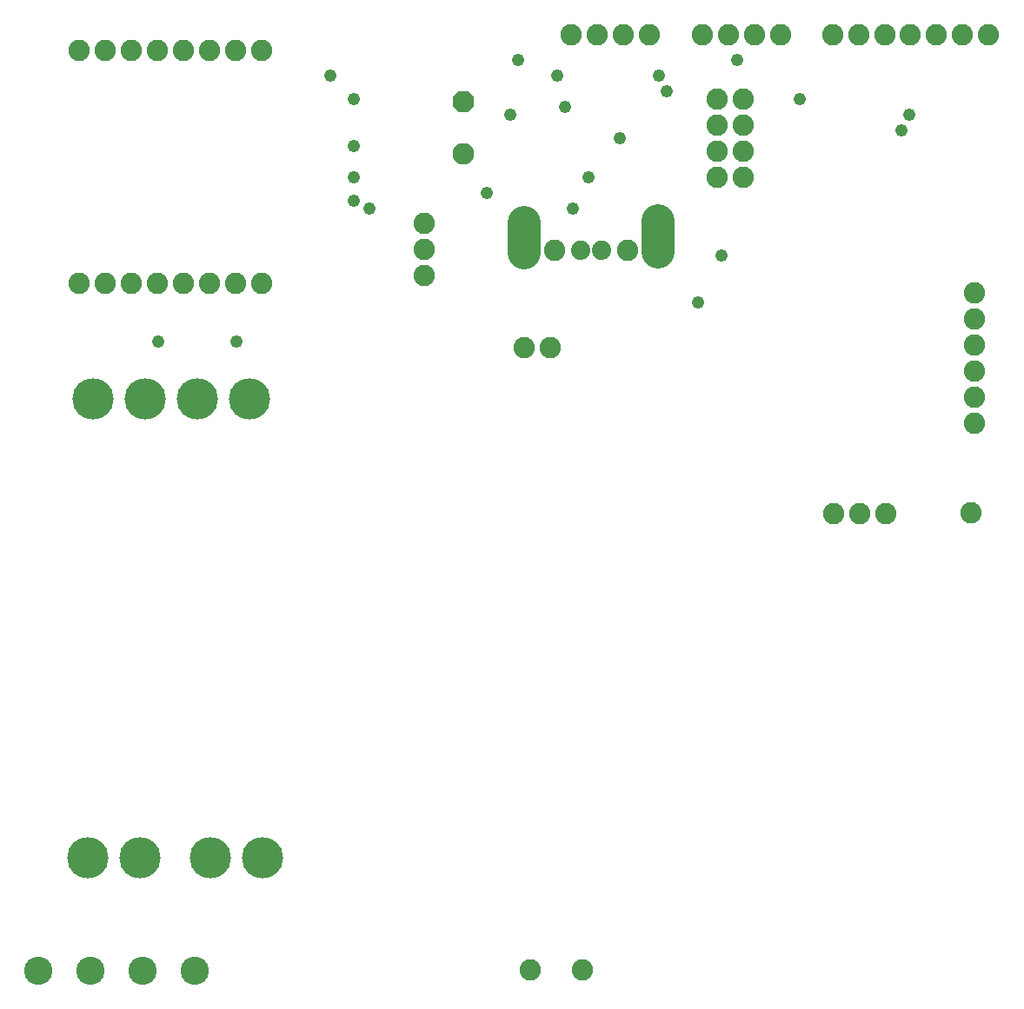
<source format=gbs>
G75*
%MOIN*%
%OFA0B0*%
%FSLAX25Y25*%
%IPPOS*%
%LPD*%
%AMOC8*
5,1,8,0,0,1.08239X$1,22.5*
%
%ADD10C,0.08200*%
%ADD11C,0.10800*%
%ADD12C,0.08300*%
%ADD13OC8,0.08300*%
%ADD14C,0.15800*%
%ADD15C,0.07400*%
%ADD16C,0.12611*%
%ADD17C,0.04800*%
D10*
X0233532Y0024268D03*
X0253532Y0024268D03*
X0349831Y0199150D03*
X0359831Y0199150D03*
X0369831Y0199150D03*
X0402627Y0199346D03*
X0403926Y0233756D03*
X0403926Y0243756D03*
X0403926Y0253756D03*
X0403926Y0263756D03*
X0403926Y0273756D03*
X0403926Y0283756D03*
X0315383Y0328126D03*
X0305383Y0328126D03*
X0305383Y0338126D03*
X0315383Y0338126D03*
X0315383Y0348126D03*
X0305383Y0348126D03*
X0305383Y0358126D03*
X0315383Y0358126D03*
X0319595Y0382850D03*
X0309595Y0382850D03*
X0299595Y0382850D03*
X0279438Y0382929D03*
X0269438Y0382929D03*
X0259438Y0382929D03*
X0249438Y0382929D03*
X0192942Y0310606D03*
X0192942Y0300606D03*
X0192942Y0290606D03*
X0231406Y0262929D03*
X0241406Y0262929D03*
X0242902Y0300094D03*
X0270934Y0300094D03*
X0329595Y0382850D03*
X0349517Y0382693D03*
X0359517Y0382693D03*
X0369517Y0382693D03*
X0379438Y0382772D03*
X0389438Y0382772D03*
X0399438Y0382772D03*
X0409438Y0382772D03*
X0130501Y0376866D03*
X0120501Y0376866D03*
X0110501Y0376866D03*
X0100501Y0376866D03*
X0090501Y0376866D03*
X0080501Y0376866D03*
X0070501Y0376866D03*
X0060501Y0376866D03*
X0060501Y0287496D03*
X0070501Y0287496D03*
X0080501Y0287496D03*
X0090501Y0287496D03*
X0100501Y0287496D03*
X0110501Y0287496D03*
X0120501Y0287496D03*
X0130501Y0287496D03*
D11*
X0045028Y0023756D03*
X0065028Y0023756D03*
X0085028Y0023756D03*
X0105028Y0023756D03*
D12*
X0207942Y0337063D03*
D13*
X0207942Y0357063D03*
D14*
X0125855Y0243205D03*
X0105855Y0243205D03*
X0085855Y0243205D03*
X0065855Y0243205D03*
X0063887Y0067220D03*
X0083887Y0067220D03*
X0110973Y0067220D03*
X0130973Y0067220D03*
D15*
X0252902Y0300094D03*
X0260934Y0300094D03*
D16*
X0282627Y0299543D02*
X0282627Y0311354D01*
X0231170Y0310961D02*
X0231170Y0299150D01*
D17*
X0249800Y0316000D03*
X0255800Y0328000D03*
X0267800Y0343000D03*
X0285800Y0361000D03*
X0282800Y0367000D03*
X0312800Y0373000D03*
X0336800Y0358000D03*
X0375800Y0346000D03*
X0378800Y0352000D03*
X0306800Y0298000D03*
X0297800Y0280000D03*
X0216800Y0322000D03*
X0225800Y0352000D03*
X0246800Y0355000D03*
X0243800Y0367000D03*
X0228800Y0373000D03*
X0165800Y0358000D03*
X0156800Y0367000D03*
X0165800Y0340000D03*
X0165800Y0328000D03*
X0165800Y0319000D03*
X0171800Y0316000D03*
X0120800Y0265000D03*
X0090800Y0265000D03*
M02*

</source>
